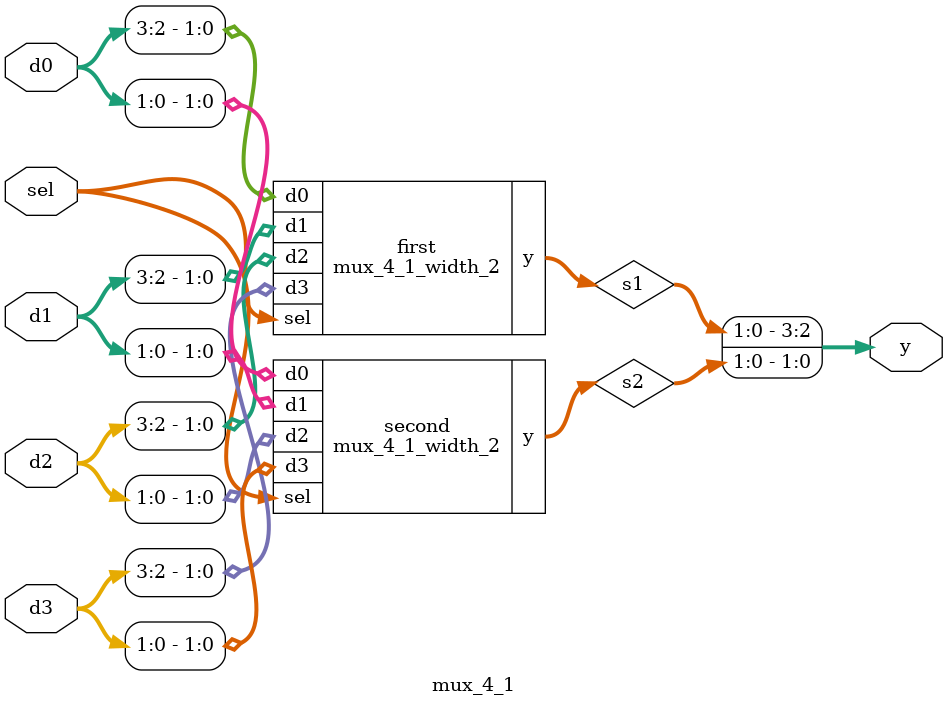
<source format=sv>

module mux_4_1_width_2
(
  input  [1:0] d0, d1, d2, d3,
  input  [1:0] sel,
  output [1:0] y
);

  assign y = sel [1] ? (sel [0] ? d3 : d2)
                     : (sel [0] ? d1 : d0);

endmodule

//----------------------------------------------------------------------------
// Task
//----------------------------------------------------------------------------

module mux_4_1
(
  input  [3:0] d0, d1, d2, d3,
  input  [1:0] sel,
  output [3:0] y
);

  // Task:
  // Implement mux_4_1 with 4-bit data
  // using two instances of mux_4_1_width_2 with 2-bit data
  wire [1:0] s1, s2;
  mux_4_1_width_2 first( .d0(d0[3:2]), .d1(d1[3:2]), .d2(d2[3:2]), .d3(d3[3:2]), .sel(sel), .y(s1));
  mux_4_1_width_2 second( .d0(d0[1:0]), .d1(d1[1:0]), .d2(d2[1:0]), .d3(d3[1:0]), .sel(sel), .y(s2));
  assign y = { s1, s2 };
endmodule

</source>
